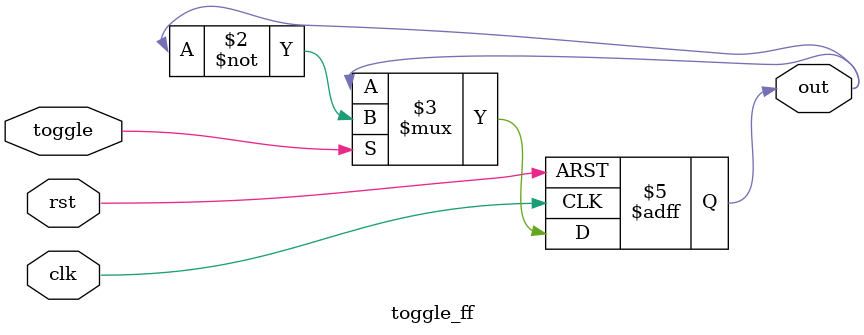
<source format=sv>
`timescale 1ns / 1ps

module toggle_ff(
    input logic clk,
    input logic rst,
    input logic toggle,
    output logic out
);

    always_ff @(posedge clk or posedge rst) begin
        if (rst)
            out <= 1'b0;
        else if (toggle)
            out <= ~out;
    end

endmodule
</source>
